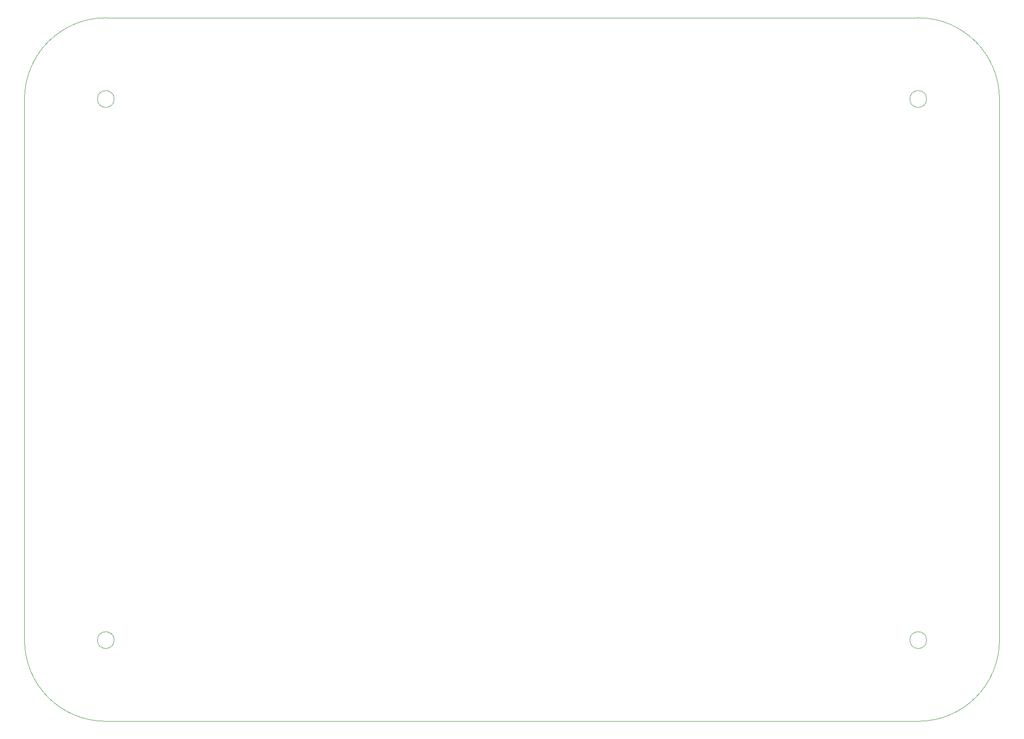
<source format=gbr>
%TF.GenerationSoftware,KiCad,Pcbnew,(5.1.9)-1*%
%TF.CreationDate,2021-08-03T11:56:42-05:00*%
%TF.ProjectId,prototipo_2,70726f74-6f74-4697-906f-5f322e6b6963,rev?*%
%TF.SameCoordinates,Original*%
%TF.FileFunction,Profile,NP*%
%FSLAX46Y46*%
G04 Gerber Fmt 4.6, Leading zero omitted, Abs format (unit mm)*
G04 Created by KiCad (PCBNEW (5.1.9)-1) date 2021-08-03 11:56:42*
%MOMM*%
%LPD*%
G01*
G04 APERTURE LIST*
%TA.AperFunction,Profile*%
%ADD10C,0.050000*%
%TD*%
G04 APERTURE END LIST*
D10*
X223870000Y-145250000D02*
G75*
G03*
X223870000Y-145250000I-1550000J0D01*
G01*
X223870000Y-45250000D02*
G75*
G03*
X223870000Y-45250000I-1550000J0D01*
G01*
X222320000Y-30250000D02*
G75*
G02*
X237320000Y-45250000I0J-15000000D01*
G01*
X72320000Y-30250000D02*
X222320000Y-30250000D01*
X237320000Y-45250000D02*
X237320000Y-145250000D01*
X222320000Y-160250000D02*
X72320000Y-160250000D01*
X57320000Y-145250000D02*
X57320000Y-45250000D01*
X57320000Y-45250000D02*
G75*
G02*
X72320000Y-30250000I15000000J0D01*
G01*
X237320000Y-145250000D02*
G75*
G02*
X222320000Y-160250000I-15000000J0D01*
G01*
X72320000Y-160250000D02*
G75*
G02*
X57320000Y-145250000I0J15000000D01*
G01*
X73870000Y-45250000D02*
G75*
G03*
X73870000Y-45250000I-1550000J0D01*
G01*
X73870000Y-145250000D02*
G75*
G03*
X73870000Y-145250000I-1550000J0D01*
G01*
M02*

</source>
